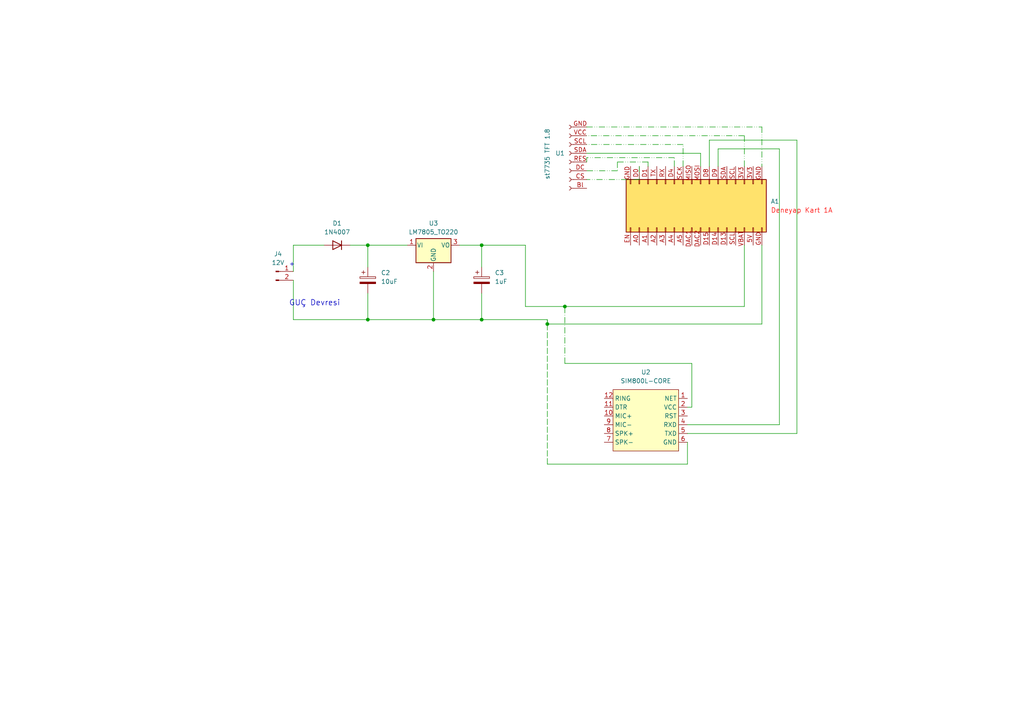
<source format=kicad_sch>
(kicad_sch (version 20230121) (generator eeschema)
  (paper "A4")
  (lib_symbols
    (symbol "Connector:Conn_01x02_Pin" (pin_names (offset 1.016) hide)
      (property "Reference" "J" (at 0 2.54 0))
      (property "Value" "Conn_01x02_Pin" (at 0 -5.08 0))
      (symbol "Conn_01x02_Pin_1_1"
        (polyline (pts (xy 1.27 -2.54) (xy 0.8636 -2.54)) (stroke (width 0.1524)))
        (polyline (pts (xy 1.27 0) (xy 0.8636 0)) (stroke (width 0.1524)))
        (rectangle (start 0.8636 -2.413) (end 0 -2.667) (stroke (width 0.1524)) (fill (type outline)))
        (rectangle (start 0.8636 0.127) (end 0 -0.127) (stroke (width 0.1524)) (fill (type outline)))
        (pin passive line (at 5.08 0 180) (length 3.81) (name "Pin_1") (number "1"))
        (pin passive line (at 5.08 -2.54 180) (length 3.81) (name "Pin_2") (number "2"))
      )
    )
    (symbol "Device:C_Polarized" (pin_numbers hide) (pin_names (offset 0.254))
      (property "Reference" "C" (at 0.635 2.54 0))
      (property "Value" "C_Polarized" (at 0.635 -2.54 0))
      (symbol "C_Polarized_0_1"
        (rectangle (start -2.286 0.508) (end 2.286 1.016))
        (polyline (pts (xy -1.778 2.286) (xy -0.762 2.286)))
        (polyline (pts (xy -1.27 2.794) (xy -1.27 1.778)))
        (rectangle (start 2.286 -0.508) (end -2.286 -1.016) (fill (type outline)))
      )
      (symbol "C_Polarized_1_1"
        (pin passive line (at 0 3.81 270) (length 2.794) (name "~") (number "1"))
        (pin passive line (at 0 -3.81 90) (length 2.794) (name "~") (number "2"))
      )
    )
    (symbol "Diode:1N4007" (pin_numbers hide) (pin_names hide)
      (property "Reference" "D" (at 0 2.54 0))
      (property "Value" "1N4007" (at 0 -2.54 0))
      (symbol "1N4007_0_1"
        (polyline (pts (xy -1.27 1.27) (xy -1.27 -1.27)) (stroke (width 0.254)))
        (polyline (pts (xy 1.27 0) (xy -1.27 0)))
        (polyline (pts (xy 1.27 1.27) (xy 1.27 -1.27) (xy -1.27 0) (xy 1.27 1.27)) (stroke (width 0.254)))
      )
      (symbol "1N4007_1_1"
        (pin passive line (at -3.81 0 0) (length 2.54) (name "K") (number "1"))
        (pin passive line (at 3.81 0 180) (length 2.54) (name "A") (number "2"))
      )
    )
    (symbol "Regulator_Linear:LM7805_TO220" (pin_names (offset 0.254))
      (property "Reference" "U" (at -3.81 3.175 0))
      (property "Value" "LM7805_TO220" (at 0 3.175 0))
      (symbol "LM7805_TO220_0_1"
        (rectangle (start -5.08 1.905) (end 5.08 -5.08) (stroke (width 0.254)) (fill (type background)))
      )
      (symbol "LM7805_TO220_1_1"
        (pin power_in line (at -7.62 0 0) (length 2.54) (name "VI") (number "1"))
        (pin power_in line (at 0 -7.62 90) (length 2.54) (name "GND") (number "2"))
        (pin power_out line (at 7.62 0 180) (length 2.54) (name "VO") (number "3"))
      )
    )
    (symbol "deneyap_kart:Deneyap_Kart" (pin_names (offset 1.016) hide)
      (property "Reference" "A" (at 1.27 20.32 0))
      (property "Value" "Deneyap Kart 1A" (at 6.35 -2.54 90))
      (symbol "Deneyap_Kart_1_1"
        (rectangle (start -1.27 -20.193) (end 0 -20.447) (stroke (width 0.1524)))
        (rectangle (start -1.27 -17.653) (end 0 -17.907) (stroke (width 0.1524)))
        (rectangle (start -1.27 -15.113) (end 0 -15.367) (stroke (width 0.1524)))
        (rectangle (start -1.27 -12.573) (end 0 -12.827) (stroke (width 0.1524)))
        (rectangle (start -1.27 -10.033) (end 0 -10.287) (stroke (width 0.1524)))
        (rectangle (start -1.27 -7.493) (end 0 -7.747) (stroke (width 0.1524)))
        (rectangle (start -1.27 -4.953) (end 0 -5.207) (stroke (width 0.1524)))
        (rectangle (start -1.27 -2.413) (end 0 -2.667) (stroke (width 0.1524)))
        (rectangle (start -1.27 0.127) (end 0 -0.127) (stroke (width 0.1524)))
        (rectangle (start -1.27 2.667) (end 0 2.413) (stroke (width 0.1524)))
        (rectangle (start -1.27 5.207) (end 0 4.953) (stroke (width 0.1524)))
        (rectangle (start -1.27 7.747) (end 0 7.493) (stroke (width 0.1524)))
        (rectangle (start -1.27 10.287) (end 0 10.033) (stroke (width 0.1524)))
        (rectangle (start -1.27 12.827) (end 0 12.573) (stroke (width 0.1524)))
        (rectangle (start -1.27 15.367) (end 0 15.113) (stroke (width 0.1524)))
        (rectangle (start -1.27 17.907) (end 0 17.653) (stroke (width 0.1524)))
        (rectangle (start -1.27 19.05) (end 13.97 -21.59) (stroke (width 0.254)) (fill (type color) (color 255 226 108 1)))
        (rectangle (start 13.97 -20.193) (end 12.7 -20.447) (stroke (width 0.1524)))
        (rectangle (start 13.97 -17.653) (end 12.7 -17.907) (stroke (width 0.1524)))
        (rectangle (start 13.97 -15.113) (end 12.7 -15.367) (stroke (width 0.1524)))
        (rectangle (start 13.97 -12.573) (end 12.7 -12.827) (stroke (width 0.1524)))
        (rectangle (start 13.97 -10.033) (end 12.7 -10.287) (stroke (width 0.1524)))
        (rectangle (start 13.97 -7.493) (end 12.7 -7.747) (stroke (width 0.1524)))
        (rectangle (start 13.97 -4.953) (end 12.7 -5.207) (stroke (width 0.1524)))
        (rectangle (start 13.97 -2.413) (end 12.7 -2.667) (stroke (width 0.1524)))
        (rectangle (start 13.97 0.127) (end 12.7 -0.127) (stroke (width 0.1524)))
        (rectangle (start 13.97 2.667) (end 12.7 2.413) (stroke (width 0.1524)))
        (rectangle (start 13.97 5.207) (end 12.7 4.953) (stroke (width 0.1524)))
        (rectangle (start 13.97 7.747) (end 12.7 7.493) (stroke (width 0.1524)))
        (rectangle (start 13.97 10.287) (end 12.7 10.033) (stroke (width 0.1524)))
        (rectangle (start 13.97 12.827) (end 12.7 12.573) (stroke (width 0.1524)))
        (rectangle (start 13.97 15.367) (end 12.7 15.113) (stroke (width 0.1524)))
        (rectangle (start 13.97 17.907) (end 12.7 17.653) (stroke (width 0.1524)))
        (pin power_out line (at 17.78 -17.78 180) (length 3.81) (name "3V3") (number "3V3"))
        (pin power_out line (at 17.78 -15.24 180) (length 3.81) (name "3V3") (number "3V3"))
        (pin power_out line (at -5.08 -17.78 0) (length 3.81) (name "5V") (number "5V"))
        (pin input line (at -5.08 15.24 0) (length 3.81) (name "A0") (number "A0"))
        (pin input line (at -5.08 12.7 0) (length 3.81) (name "A1") (number "A1"))
        (pin input line (at -5.08 10.16 0) (length 3.81) (name "A2") (number "A2"))
        (pin input line (at -5.08 7.62 0) (length 3.81) (name "A3") (number "A3"))
        (pin input line (at -5.08 5.08 0) (length 3.81) (name "A4") (number "A4"))
        (pin input line (at -5.08 2.54 0) (length 3.81) (name "A5") (number "A5"))
        (pin bidirectional line (at 17.78 15.24 180) (length 3.81) (name "D0") (number "D0"))
        (pin bidirectional line (at 17.78 12.7 180) (length 3.81) (name "D1") (number "D1"))
        (pin bidirectional line (at -5.08 -10.16 0) (length 3.81) (name "D13") (number "D13"))
        (pin bidirectional line (at -5.08 -7.62 0) (length 3.81) (name "D14") (number "D14"))
        (pin bidirectional line (at -5.08 -5.08 0) (length 3.81) (name "D15") (number "D15"))
        (pin bidirectional line (at 17.78 5.08 180) (length 3.81) (name "D4") (number "D4"))
        (pin bidirectional line (at 17.78 -5.08 180) (length 3.81) (name "D8") (number "D8"))
        (pin bidirectional line (at 17.78 -7.62 180) (length 3.81) (name "D9") (number "D9"))
        (pin output line (at -5.08 0 0) (length 3.81) (name "DAC1") (number "DAC1"))
        (pin output line (at -5.08 -2.54 0) (length 3.81) (name "DAC2") (number "DAC2"))
        (pin free line (at -5.08 17.78 0) (length 3.81) (name "EN") (number "EN"))
        (pin power_in line (at -5.08 -20.32 0) (length 3.81) (name "GND") (number "GND"))
        (pin power_out line (at 17.78 -20.32 180) (length 3.81) (name "GND") (number "GND"))
        (pin power_out line (at 17.78 17.78 180) (length 3.81) (name "GND") (number "GND"))
        (pin bidirectional line (at 17.78 0 180) (length 3.81) (name "MISO") (number "MISO"))
        (pin bidirectional line (at 17.78 -2.54 180) (length 3.81) (name "MOSI") (number "MOSI"))
        (pin bidirectional line (at 17.78 7.62 180) (length 3.81) (name "RX") (number "RX"))
        (pin bidirectional line (at 17.78 2.54 180) (length 3.81) (name "SCK") (number "SCK"))
        (pin bidirectional line (at -5.08 -12.7 0) (length 3.81) (name "D12") (number "SCL"))
        (pin bidirectional line (at 17.78 -12.7 180) (length 3.81) (name "SCL") (number "SCL"))
        (pin bidirectional line (at 17.78 -10.16 180) (length 3.81) (name "SDA") (number "SDA"))
        (pin bidirectional line (at 17.78 10.16 180) (length 3.81) (name "TX") (number "TX"))
        (pin power_in line (at -5.08 -15.24 0) (length 3.81) (name "VBAT") (number "VBAT"))
      )
    )
    (symbol "sim800l-core:SIM800L-CORE"
      (property "Reference" "U" (at -7.62 8.89 0))
      (property "Value" "SIM800L-CORE" (at 0 -12.7 0))
      (symbol "SIM800L-CORE_0_1"
        (rectangle (start -8.89 7.62) (end 10.16 -10.16) (stroke (width 0.1524)) (fill (type background)))
      )
      (symbol "SIM800L-CORE_1_1"
        (pin bidirectional line (at -11.43 5.08 0) (length 2.54) (name "NET") (number "1"))
        (pin output line (at 12.7 0 180) (length 2.54) (name "MIC+") (number "10"))
        (pin passive line (at 12.7 2.54 180) (length 2.54) (name "DTR") (number "11"))
        (pin output line (at 12.7 5.08 180) (length 2.54) (name "RING") (number "12"))
        (pin power_in line (at -11.43 2.54 0) (length 2.54) (name "VCC") (number "2"))
        (pin input line (at -11.43 0 0) (length 2.54) (name "RST") (number "3"))
        (pin input line (at -11.43 -2.54 0) (length 2.54) (name "RXD") (number "4"))
        (pin output line (at -11.43 -5.08 0) (length 2.54) (name "TXD") (number "5"))
        (pin power_in line (at -11.43 -7.62 0) (length 2.54) (name "GND") (number "6"))
        (pin output line (at 12.7 -7.62 180) (length 2.54) (name "SPK-") (number "7"))
        (pin output line (at 12.7 -5.08 180) (length 2.54) (name "SPK+") (number "8"))
        (pin output line (at 12.7 -2.54 180) (length 2.54) (name "MIC-") (number "9"))
      )
    )
    (symbol "st7735_tft_1.8:st7735_TFT_1.8" (pin_names (offset 1.016) hide)
      (property "Reference" "J" (at 0 10.16 0))
      (property "Value" "st7735 TFT 1.8" (at 0 -12.7 0))
      (symbol "st7735_TFT_1.8_1_1"
        (arc (start 0 -9.652) (mid -0.5058 -10.16) (end 0 -10.668) (stroke (width 0.1524)))
        (arc (start 0 -7.112) (mid -0.5058 -7.62) (end 0 -8.128) (stroke (width 0.1524)))
        (arc (start 0 -4.572) (mid -0.5058 -5.08) (end 0 -5.588) (stroke (width 0.1524)))
        (arc (start 0 -2.032) (mid -0.5058 -2.54) (end 0 -3.048) (stroke (width 0.1524)))
        (polyline (pts (xy -1.27 -10.16) (xy -0.508 -10.16)) (stroke (width 0.1524)))
        (polyline (pts (xy -1.27 -7.62) (xy -0.508 -7.62)) (stroke (width 0.1524)))
        (polyline (pts (xy -1.27 -5.08) (xy -0.508 -5.08)) (stroke (width 0.1524)))
        (polyline (pts (xy -1.27 -2.54) (xy -0.508 -2.54)) (stroke (width 0.1524)))
        (polyline (pts (xy -1.27 0) (xy -0.508 0)) (stroke (width 0.1524)))
        (polyline (pts (xy -1.27 2.54) (xy -0.508 2.54)) (stroke (width 0.1524)))
        (polyline (pts (xy -1.27 5.08) (xy -0.508 5.08)) (stroke (width 0.1524)))
        (polyline (pts (xy -1.27 7.62) (xy -0.508 7.62)) (stroke (width 0.1524)))
        (arc (start 0 0.508) (mid -0.5058 0) (end 0 -0.508) (stroke (width 0.1524)))
        (arc (start 0 3.048) (mid -0.5058 2.54) (end 0 2.032) (stroke (width 0.1524)))
        (arc (start 0 5.588) (mid -0.5058 5.08) (end 0 4.572) (stroke (width 0.1524)))
        (arc (start 0 8.128) (mid -0.5058 7.62) (end 0 7.112) (stroke (width 0.1524)))
        (pin passive line (at -5.08 -10.16 0) (length 3.81) (name "Bl") (number "Bl"))
        (pin passive line (at -5.08 -7.62 0) (length 3.81) (name "CS") (number "CS"))
        (pin passive line (at -5.08 -5.08 0) (length 3.81) (name "DC") (number "DC"))
        (pin power_in line (at -5.08 7.62 0) (length 3.81) (name "GND") (number "GND"))
        (pin passive line (at -5.08 -2.54 0) (length 3.81) (name "RES") (number "RES"))
        (pin bidirectional line (at -5.08 2.54 0) (length 3.81) (name "SCL") (number "SCL"))
        (pin bidirectional line (at -5.08 0 0) (length 3.81) (name "SDA") (number "SDA"))
        (pin power_in line (at -5.08 5.08 0) (length 3.81) (name "VCC") (number "VCC"))
      )
    )
  )
  (junction (at 106.68 92.71))
  (junction (at 139.7 71.12))
  (junction (at 158.75 93.98))
  (junction (at 163.83 88.9))
  (junction (at 125.73 92.71))
  (junction (at 139.7 92.71))
  (junction (at 106.68 71.12))
  (wire (pts (xy 199.39 123.19) (xy 226.06 123.19)))
  (wire (pts (xy 101.6 71.12) (xy 106.68 71.12)))
  (wire (pts (xy 139.7 85.09) (xy 139.7 92.71)))
  (wire (pts (xy 200.66 105.41) (xy 163.83 105.41)))
  (wire (pts (xy 85.09 71.12) (xy 85.09 78.74)))
  (wire (pts (xy 85.09 71.12) (xy 93.98 71.12)))
  (wire (pts (xy 163.83 88.9) (xy 215.9 88.9)))
  (wire (pts (xy 139.7 92.71) (xy 158.75 92.71)))
  (wire (pts (xy 226.06 43.18) (xy 208.28 43.18)))
  (wire (pts (xy 226.06 123.19) (xy 226.06 43.18)))
  (wire (pts (xy 231.14 40.64) (xy 205.74 40.64)))
  (wire (pts (xy 179.07 49.53) (xy 170.18 49.53)) (stroke (width 0) (type dash_dot_dot)))
  (wire (pts (xy 133.35 71.12) (xy 139.7 71.12)))
  (wire (pts (xy 152.4 88.9) (xy 163.83 88.9)))
  (wire (pts (xy 158.75 93.98) (xy 158.75 92.71)) (stroke (width 0) (type dash)))
  (wire (pts (xy 158.75 134.62) (xy 158.75 93.98)) (stroke (width 0) (type dash)))
  (wire (pts (xy 170.18 45.72) (xy 170.18 46.99)) (stroke (width 0) (type dash_dot_dot)))
  (wire (pts (xy 85.09 92.71) (xy 106.68 92.71)))
  (wire (pts (xy 220.98 36.83) (xy 220.98 48.26)) (stroke (width 0) (type dash_dot_dot)))
  (wire (pts (xy 139.7 71.12) (xy 152.4 71.12)))
  (wire (pts (xy 106.68 85.09) (xy 106.68 92.71)))
  (wire (pts (xy 106.68 92.71) (xy 125.73 92.71)))
  (wire (pts (xy 198.12 41.91) (xy 170.18 41.91)) (stroke (width 0) (type dash_dot_dot)))
  (wire (pts (xy 195.58 45.72) (xy 170.18 45.72)) (stroke (width 0) (type dash_dot_dot)))
  (wire (pts (xy 199.39 118.11) (xy 200.66 118.11)))
  (wire (pts (xy 203.2 44.45) (xy 170.18 44.45)))
  (wire (pts (xy 85.09 81.28) (xy 85.09 92.71)))
  (wire (pts (xy 215.9 39.37) (xy 170.18 39.37)) (stroke (width 0) (type dash_dot_dot)))
  (wire (pts (xy 125.73 78.74) (xy 125.73 92.71)))
  (wire (pts (xy 185.42 52.07) (xy 170.18 52.07)) (stroke (width 0) (type dash_dot_dot)))
  (wire (pts (xy 158.75 93.98) (xy 158.75 92.71)))
  (wire (pts (xy 185.42 48.26) (xy 185.42 52.07)) (stroke (width 0) (type dash_dot_dot)))
  (wire (pts (xy 231.14 125.73) (xy 231.14 40.64)))
  (wire (pts (xy 152.4 71.12) (xy 152.4 88.9)))
  (wire (pts (xy 198.12 48.26) (xy 198.12 41.91)) (stroke (width 0) (type dash_dot_dot)))
  (wire (pts (xy 220.98 93.98) (xy 220.98 71.12)))
  (wire (pts (xy 215.9 88.9) (xy 215.9 71.12)))
  (wire (pts (xy 199.39 128.27) (xy 199.39 134.62)))
  (wire (pts (xy 199.39 134.62) (xy 158.75 134.62)))
  (wire (pts (xy 199.39 125.73) (xy 231.14 125.73)))
  (wire (pts (xy 170.18 36.83) (xy 220.98 36.83)) (stroke (width 0) (type dash_dot_dot)))
  (wire (pts (xy 203.2 48.26) (xy 203.2 44.45)))
  (wire (pts (xy 187.96 46.99) (xy 179.07 46.99)) (stroke (width 0) (type dash_dot_dot)))
  (wire (pts (xy 179.07 46.99) (xy 179.07 49.53)) (stroke (width 0) (type dash_dot_dot)))
  (wire (pts (xy 106.68 71.12) (xy 118.11 71.12)))
  (wire (pts (xy 208.28 43.18) (xy 208.28 48.26)))
  (wire (pts (xy 125.73 92.71) (xy 139.7 92.71)))
  (wire (pts (xy 195.58 48.26) (xy 195.58 45.72)) (stroke (width 0) (type dash_dot_dot)))
  (wire (pts (xy 158.75 93.98) (xy 220.98 93.98)))
  (wire (pts (xy 163.83 105.41) (xy 163.83 88.9)) (stroke (width 0) (type dash_dot)))
  (wire (pts (xy 106.68 71.12) (xy 106.68 77.47)))
  (wire (pts (xy 139.7 71.12) (xy 139.7 77.47)))
  (wire (pts (xy 187.96 48.26) (xy 187.96 46.99)) (stroke (width 0) (type dash_dot_dot)))
  (wire (pts (xy 215.9 48.26) (xy 215.9 39.37)) (stroke (width 0) (type dash_dot_dot)))
  (wire (pts (xy 200.66 118.11) (xy 200.66 105.41)))
  (wire (pts (xy 205.74 40.64) (xy 205.74 48.26)))
  (text "GUÇ Devresi" (at 83.82 88.9 0) (effects (font (size 1.6 1.6)) (justify left bottom)))
  (text "+" (at 83.82 77.47 0) (effects (font (size 1.27 1.27)) (justify left bottom)))
  (symbol (lib_id "sim800l-core:SIM800L-CORE") (at 187.96 120.65 0) (mirror y) (unit 1)
    (property "Reference" "U2" (at 187.325 107.95 0))
    (property "Value" "SIM800L-CORE" (at 187.325 110.49 0))
    (property "Footprint" "SIM800L-Core-Module-KiCad-Footprint-main:SIM800L-CORE" (effects hide))
  )
  (symbol (lib_id "Diode:1N4007") (at 97.79 71.12 0) (mirror y) (unit 1)
    (property "Reference" "D1" (at 97.79 64.77 0))
    (property "Value" "1N4007" (at 97.79 67.31 0))
    (property "Footprint" "Diode_THT:D_DO-41_SOD81_P10.16mm_Horizontal" (effects hide))
    (property "Datasheet" "http://www.vishay.com/docs/88503/1n4001.pdf" (effects hide))
    (property "Sim.Device" "D" (effects hide))
    (property "Sim.Pins" "1=K 2=A" (effects hide))
  )
  (symbol (lib_id "Device:C_Polarized") (at 106.68 81.28 0) (unit 1)
    (property "Reference" "C2" (at 110.49 79.121 0) (effects (justify left)))
    (property "Value" "10uF" (at 110.49 81.661 0) (effects (justify left)))
    (property "Footprint" "Capacitor_THT:CP_Radial_Tantal_D5.0mm_P5.00mm" (effects hide))
  )
  (symbol (lib_id "st7735_tft_1.8:st7735_TFT_1.8") (at 165.1 44.45 0) (mirror y) (unit 1)
    (property "Reference" "U1" (at 163.83 44.45 0) (effects (justify left)))
    (property "Value" "st7735 TFT 1.8" (at 158.75 52.07 90) (effects (justify left)))
    (property "Footprint" "Connector_PinSocket_2.54mm:PinSocket_1x08_P2.54mm_Vertical" (effects hide))
  )
  (symbol (lib_id "deneyap_kart:Deneyap_Kart") (at 200.66 66.04 90) (unit 1)
    (property "Reference" "A1" (at 223.52 58.42 90) (effects (justify right)))
    (property "Value" "Deneyap Kart 1A" (at 223.52 60.96 90) (effects (font (size 1.41 1.41)) (justify right)))
    (property "Footprint" "Connector_PinSocket_2.54mm:PinSocket_2x16_P2.54mm_Vertical" (effects hide))
  )
  (symbol (lib_id "Regulator_Linear:LM7805_TO220") (at 125.73 71.12 0) (unit 1)
    (property "Reference" "U3" (at 125.73 64.77 0))
    (property "Value" "LM7805_TO220" (at 125.73 67.31 0))
    (property "Footprint" "Package_TO_SOT_THT:TO-220-3_Vertical" (effects hide))
    (property "Datasheet" "https://www.onsemi.cn/PowerSolutions/document/MC7800-D.PDF" (effects hide))
  )
  (symbol (lib_id "Device:C_Polarized") (at 139.7 81.28 0) (unit 1)
    (property "Reference" "C3" (at 143.51 79.121 0) (effects (justify left)))
    (property "Value" "1uF" (at 143.51 81.661 0) (effects (justify left)))
    (property "Footprint" "Capacitor_THT:CP_Radial_Tantal_D5.0mm_P5.00mm" (effects hide))
  )
  (symbol (lib_id "Connector:Conn_01x02_Pin") (at 80.01 78.74 0) (unit 1)
    (property "Reference" "J4" (at 80.645 73.66 0))
    (property "Value" "12V" (at 80.645 76.2 0))
    (property "Footprint" "TerminalBlock:TerminalBlock_Altech_AK300-2_P5.00mm" (effects hide))
  )
)
</source>
